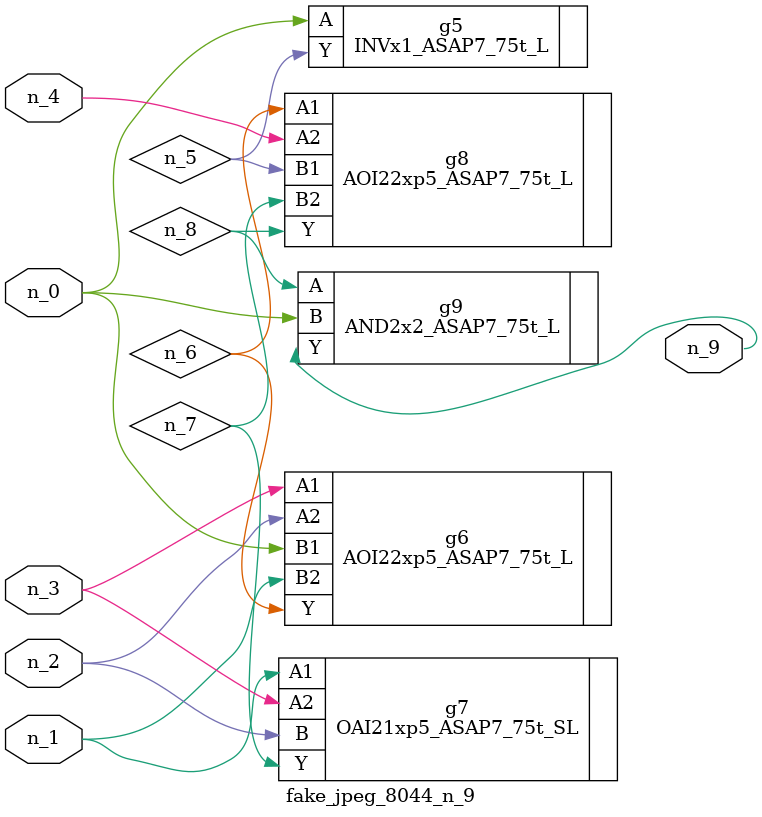
<source format=v>
module fake_jpeg_8044_n_9 (n_3, n_2, n_1, n_0, n_4, n_9);

input n_3;
input n_2;
input n_1;
input n_0;
input n_4;

output n_9;

wire n_8;
wire n_6;
wire n_5;
wire n_7;

INVx1_ASAP7_75t_L g5 ( 
.A(n_0),
.Y(n_5)
);

AOI22xp5_ASAP7_75t_L g6 ( 
.A1(n_3),
.A2(n_2),
.B1(n_0),
.B2(n_1),
.Y(n_6)
);

OAI21xp5_ASAP7_75t_SL g7 ( 
.A1(n_1),
.A2(n_3),
.B(n_2),
.Y(n_7)
);

AOI22xp5_ASAP7_75t_L g8 ( 
.A1(n_6),
.A2(n_4),
.B1(n_5),
.B2(n_7),
.Y(n_8)
);

AND2x2_ASAP7_75t_L g9 ( 
.A(n_8),
.B(n_0),
.Y(n_9)
);


endmodule
</source>
